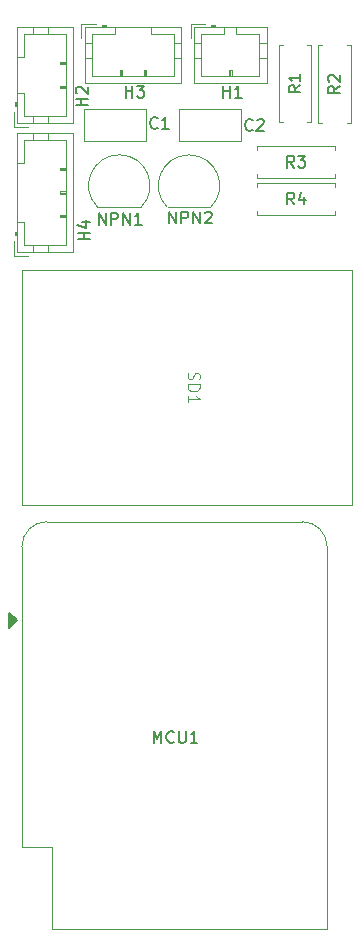
<source format=gbr>
G04 #@! TF.GenerationSoftware,KiCad,Pcbnew,7.0.5-0*
G04 #@! TF.CreationDate,2023-07-20T07:38:15-04:00*
G04 #@! TF.ProjectId,Lemmingometre_JST,4c656d6d-696e-4676-9f6d-657472655f4a,rev?*
G04 #@! TF.SameCoordinates,Original*
G04 #@! TF.FileFunction,Legend,Top*
G04 #@! TF.FilePolarity,Positive*
%FSLAX46Y46*%
G04 Gerber Fmt 4.6, Leading zero omitted, Abs format (unit mm)*
G04 Created by KiCad (PCBNEW 7.0.5-0) date 2023-07-20 07:38:15*
%MOMM*%
%LPD*%
G01*
G04 APERTURE LIST*
%ADD10C,0.150000*%
%ADD11C,0.100000*%
%ADD12C,0.120000*%
G04 APERTURE END LIST*
D10*
G04 #@! TO.C,R2*
X172529819Y-48931666D02*
X172053628Y-49264999D01*
X172529819Y-49503094D02*
X171529819Y-49503094D01*
X171529819Y-49503094D02*
X171529819Y-49122142D01*
X171529819Y-49122142D02*
X171577438Y-49026904D01*
X171577438Y-49026904D02*
X171625057Y-48979285D01*
X171625057Y-48979285D02*
X171720295Y-48931666D01*
X171720295Y-48931666D02*
X171863152Y-48931666D01*
X171863152Y-48931666D02*
X171958390Y-48979285D01*
X171958390Y-48979285D02*
X172006009Y-49026904D01*
X172006009Y-49026904D02*
X172053628Y-49122142D01*
X172053628Y-49122142D02*
X172053628Y-49503094D01*
X171625057Y-48550713D02*
X171577438Y-48503094D01*
X171577438Y-48503094D02*
X171529819Y-48407856D01*
X171529819Y-48407856D02*
X171529819Y-48169761D01*
X171529819Y-48169761D02*
X171577438Y-48074523D01*
X171577438Y-48074523D02*
X171625057Y-48026904D01*
X171625057Y-48026904D02*
X171720295Y-47979285D01*
X171720295Y-47979285D02*
X171815533Y-47979285D01*
X171815533Y-47979285D02*
X171958390Y-48026904D01*
X171958390Y-48026904D02*
X172529819Y-48598332D01*
X172529819Y-48598332D02*
X172529819Y-47979285D01*
G04 #@! TO.C,MCU1*
X156746667Y-104534819D02*
X156746667Y-103534819D01*
X156746667Y-103534819D02*
X157080000Y-104249104D01*
X157080000Y-104249104D02*
X157413333Y-103534819D01*
X157413333Y-103534819D02*
X157413333Y-104534819D01*
X158460952Y-104439580D02*
X158413333Y-104487200D01*
X158413333Y-104487200D02*
X158270476Y-104534819D01*
X158270476Y-104534819D02*
X158175238Y-104534819D01*
X158175238Y-104534819D02*
X158032381Y-104487200D01*
X158032381Y-104487200D02*
X157937143Y-104391961D01*
X157937143Y-104391961D02*
X157889524Y-104296723D01*
X157889524Y-104296723D02*
X157841905Y-104106247D01*
X157841905Y-104106247D02*
X157841905Y-103963390D01*
X157841905Y-103963390D02*
X157889524Y-103772914D01*
X157889524Y-103772914D02*
X157937143Y-103677676D01*
X157937143Y-103677676D02*
X158032381Y-103582438D01*
X158032381Y-103582438D02*
X158175238Y-103534819D01*
X158175238Y-103534819D02*
X158270476Y-103534819D01*
X158270476Y-103534819D02*
X158413333Y-103582438D01*
X158413333Y-103582438D02*
X158460952Y-103630057D01*
X158889524Y-103534819D02*
X158889524Y-104344342D01*
X158889524Y-104344342D02*
X158937143Y-104439580D01*
X158937143Y-104439580D02*
X158984762Y-104487200D01*
X158984762Y-104487200D02*
X159080000Y-104534819D01*
X159080000Y-104534819D02*
X159270476Y-104534819D01*
X159270476Y-104534819D02*
X159365714Y-104487200D01*
X159365714Y-104487200D02*
X159413333Y-104439580D01*
X159413333Y-104439580D02*
X159460952Y-104344342D01*
X159460952Y-104344342D02*
X159460952Y-103534819D01*
X160460952Y-104534819D02*
X159889524Y-104534819D01*
X160175238Y-104534819D02*
X160175238Y-103534819D01*
X160175238Y-103534819D02*
X160080000Y-103677676D01*
X160080000Y-103677676D02*
X159984762Y-103772914D01*
X159984762Y-103772914D02*
X159889524Y-103820533D01*
G04 #@! TO.C,H4*
X151354819Y-61911904D02*
X150354819Y-61911904D01*
X150831009Y-61911904D02*
X150831009Y-61340476D01*
X151354819Y-61340476D02*
X150354819Y-61340476D01*
X150688152Y-60435714D02*
X151354819Y-60435714D01*
X150307200Y-60673809D02*
X151021485Y-60911904D01*
X151021485Y-60911904D02*
X151021485Y-60292857D01*
G04 #@! TO.C,H3*
X154388095Y-49904819D02*
X154388095Y-48904819D01*
X154388095Y-49381009D02*
X154959523Y-49381009D01*
X154959523Y-49904819D02*
X154959523Y-48904819D01*
X155340476Y-48904819D02*
X155959523Y-48904819D01*
X155959523Y-48904819D02*
X155626190Y-49285771D01*
X155626190Y-49285771D02*
X155769047Y-49285771D01*
X155769047Y-49285771D02*
X155864285Y-49333390D01*
X155864285Y-49333390D02*
X155911904Y-49381009D01*
X155911904Y-49381009D02*
X155959523Y-49476247D01*
X155959523Y-49476247D02*
X155959523Y-49714342D01*
X155959523Y-49714342D02*
X155911904Y-49809580D01*
X155911904Y-49809580D02*
X155864285Y-49857200D01*
X155864285Y-49857200D02*
X155769047Y-49904819D01*
X155769047Y-49904819D02*
X155483333Y-49904819D01*
X155483333Y-49904819D02*
X155388095Y-49857200D01*
X155388095Y-49857200D02*
X155340476Y-49809580D01*
G04 #@! TO.C,H1*
X162638095Y-49904819D02*
X162638095Y-48904819D01*
X162638095Y-49381009D02*
X163209523Y-49381009D01*
X163209523Y-49904819D02*
X163209523Y-48904819D01*
X164209523Y-49904819D02*
X163638095Y-49904819D01*
X163923809Y-49904819D02*
X163923809Y-48904819D01*
X163923809Y-48904819D02*
X163828571Y-49047676D01*
X163828571Y-49047676D02*
X163733333Y-49142914D01*
X163733333Y-49142914D02*
X163638095Y-49190533D01*
G04 #@! TO.C,R4*
X168643333Y-58954819D02*
X168310000Y-58478628D01*
X168071905Y-58954819D02*
X168071905Y-57954819D01*
X168071905Y-57954819D02*
X168452857Y-57954819D01*
X168452857Y-57954819D02*
X168548095Y-58002438D01*
X168548095Y-58002438D02*
X168595714Y-58050057D01*
X168595714Y-58050057D02*
X168643333Y-58145295D01*
X168643333Y-58145295D02*
X168643333Y-58288152D01*
X168643333Y-58288152D02*
X168595714Y-58383390D01*
X168595714Y-58383390D02*
X168548095Y-58431009D01*
X168548095Y-58431009D02*
X168452857Y-58478628D01*
X168452857Y-58478628D02*
X168071905Y-58478628D01*
X169500476Y-58288152D02*
X169500476Y-58954819D01*
X169262381Y-57907200D02*
X169024286Y-58621485D01*
X169024286Y-58621485D02*
X169643333Y-58621485D01*
G04 #@! TO.C,R1*
X169179819Y-48881666D02*
X168703628Y-49214999D01*
X169179819Y-49453094D02*
X168179819Y-49453094D01*
X168179819Y-49453094D02*
X168179819Y-49072142D01*
X168179819Y-49072142D02*
X168227438Y-48976904D01*
X168227438Y-48976904D02*
X168275057Y-48929285D01*
X168275057Y-48929285D02*
X168370295Y-48881666D01*
X168370295Y-48881666D02*
X168513152Y-48881666D01*
X168513152Y-48881666D02*
X168608390Y-48929285D01*
X168608390Y-48929285D02*
X168656009Y-48976904D01*
X168656009Y-48976904D02*
X168703628Y-49072142D01*
X168703628Y-49072142D02*
X168703628Y-49453094D01*
X169179819Y-47929285D02*
X169179819Y-48500713D01*
X169179819Y-48214999D02*
X168179819Y-48214999D01*
X168179819Y-48214999D02*
X168322676Y-48310237D01*
X168322676Y-48310237D02*
X168417914Y-48405475D01*
X168417914Y-48405475D02*
X168465533Y-48500713D01*
G04 #@! TO.C,NPN2*
X158064286Y-60554819D02*
X158064286Y-59554819D01*
X158064286Y-59554819D02*
X158635714Y-60554819D01*
X158635714Y-60554819D02*
X158635714Y-59554819D01*
X159111905Y-60554819D02*
X159111905Y-59554819D01*
X159111905Y-59554819D02*
X159492857Y-59554819D01*
X159492857Y-59554819D02*
X159588095Y-59602438D01*
X159588095Y-59602438D02*
X159635714Y-59650057D01*
X159635714Y-59650057D02*
X159683333Y-59745295D01*
X159683333Y-59745295D02*
X159683333Y-59888152D01*
X159683333Y-59888152D02*
X159635714Y-59983390D01*
X159635714Y-59983390D02*
X159588095Y-60031009D01*
X159588095Y-60031009D02*
X159492857Y-60078628D01*
X159492857Y-60078628D02*
X159111905Y-60078628D01*
X160111905Y-60554819D02*
X160111905Y-59554819D01*
X160111905Y-59554819D02*
X160683333Y-60554819D01*
X160683333Y-60554819D02*
X160683333Y-59554819D01*
X161111905Y-59650057D02*
X161159524Y-59602438D01*
X161159524Y-59602438D02*
X161254762Y-59554819D01*
X161254762Y-59554819D02*
X161492857Y-59554819D01*
X161492857Y-59554819D02*
X161588095Y-59602438D01*
X161588095Y-59602438D02*
X161635714Y-59650057D01*
X161635714Y-59650057D02*
X161683333Y-59745295D01*
X161683333Y-59745295D02*
X161683333Y-59840533D01*
X161683333Y-59840533D02*
X161635714Y-59983390D01*
X161635714Y-59983390D02*
X161064286Y-60554819D01*
X161064286Y-60554819D02*
X161683333Y-60554819D01*
G04 #@! TO.C,C1*
X157083333Y-52459580D02*
X157035714Y-52507200D01*
X157035714Y-52507200D02*
X156892857Y-52554819D01*
X156892857Y-52554819D02*
X156797619Y-52554819D01*
X156797619Y-52554819D02*
X156654762Y-52507200D01*
X156654762Y-52507200D02*
X156559524Y-52411961D01*
X156559524Y-52411961D02*
X156511905Y-52316723D01*
X156511905Y-52316723D02*
X156464286Y-52126247D01*
X156464286Y-52126247D02*
X156464286Y-51983390D01*
X156464286Y-51983390D02*
X156511905Y-51792914D01*
X156511905Y-51792914D02*
X156559524Y-51697676D01*
X156559524Y-51697676D02*
X156654762Y-51602438D01*
X156654762Y-51602438D02*
X156797619Y-51554819D01*
X156797619Y-51554819D02*
X156892857Y-51554819D01*
X156892857Y-51554819D02*
X157035714Y-51602438D01*
X157035714Y-51602438D02*
X157083333Y-51650057D01*
X158035714Y-52554819D02*
X157464286Y-52554819D01*
X157750000Y-52554819D02*
X157750000Y-51554819D01*
X157750000Y-51554819D02*
X157654762Y-51697676D01*
X157654762Y-51697676D02*
X157559524Y-51792914D01*
X157559524Y-51792914D02*
X157464286Y-51840533D01*
G04 #@! TO.C,R3*
X168643333Y-55829819D02*
X168310000Y-55353628D01*
X168071905Y-55829819D02*
X168071905Y-54829819D01*
X168071905Y-54829819D02*
X168452857Y-54829819D01*
X168452857Y-54829819D02*
X168548095Y-54877438D01*
X168548095Y-54877438D02*
X168595714Y-54925057D01*
X168595714Y-54925057D02*
X168643333Y-55020295D01*
X168643333Y-55020295D02*
X168643333Y-55163152D01*
X168643333Y-55163152D02*
X168595714Y-55258390D01*
X168595714Y-55258390D02*
X168548095Y-55306009D01*
X168548095Y-55306009D02*
X168452857Y-55353628D01*
X168452857Y-55353628D02*
X168071905Y-55353628D01*
X168976667Y-54829819D02*
X169595714Y-54829819D01*
X169595714Y-54829819D02*
X169262381Y-55210771D01*
X169262381Y-55210771D02*
X169405238Y-55210771D01*
X169405238Y-55210771D02*
X169500476Y-55258390D01*
X169500476Y-55258390D02*
X169548095Y-55306009D01*
X169548095Y-55306009D02*
X169595714Y-55401247D01*
X169595714Y-55401247D02*
X169595714Y-55639342D01*
X169595714Y-55639342D02*
X169548095Y-55734580D01*
X169548095Y-55734580D02*
X169500476Y-55782200D01*
X169500476Y-55782200D02*
X169405238Y-55829819D01*
X169405238Y-55829819D02*
X169119524Y-55829819D01*
X169119524Y-55829819D02*
X169024286Y-55782200D01*
X169024286Y-55782200D02*
X168976667Y-55734580D01*
D11*
G04 #@! TO.C,SD1*
X159690200Y-73188095D02*
X159642580Y-73330952D01*
X159642580Y-73330952D02*
X159642580Y-73569047D01*
X159642580Y-73569047D02*
X159690200Y-73664285D01*
X159690200Y-73664285D02*
X159737819Y-73711904D01*
X159737819Y-73711904D02*
X159833057Y-73759523D01*
X159833057Y-73759523D02*
X159928295Y-73759523D01*
X159928295Y-73759523D02*
X160023533Y-73711904D01*
X160023533Y-73711904D02*
X160071152Y-73664285D01*
X160071152Y-73664285D02*
X160118771Y-73569047D01*
X160118771Y-73569047D02*
X160166390Y-73378571D01*
X160166390Y-73378571D02*
X160214009Y-73283333D01*
X160214009Y-73283333D02*
X160261628Y-73235714D01*
X160261628Y-73235714D02*
X160356866Y-73188095D01*
X160356866Y-73188095D02*
X160452104Y-73188095D01*
X160452104Y-73188095D02*
X160547342Y-73235714D01*
X160547342Y-73235714D02*
X160594961Y-73283333D01*
X160594961Y-73283333D02*
X160642580Y-73378571D01*
X160642580Y-73378571D02*
X160642580Y-73616666D01*
X160642580Y-73616666D02*
X160594961Y-73759523D01*
X159642580Y-74188095D02*
X160642580Y-74188095D01*
X160642580Y-74188095D02*
X160642580Y-74426190D01*
X160642580Y-74426190D02*
X160594961Y-74569047D01*
X160594961Y-74569047D02*
X160499723Y-74664285D01*
X160499723Y-74664285D02*
X160404485Y-74711904D01*
X160404485Y-74711904D02*
X160214009Y-74759523D01*
X160214009Y-74759523D02*
X160071152Y-74759523D01*
X160071152Y-74759523D02*
X159880676Y-74711904D01*
X159880676Y-74711904D02*
X159785438Y-74664285D01*
X159785438Y-74664285D02*
X159690200Y-74569047D01*
X159690200Y-74569047D02*
X159642580Y-74426190D01*
X159642580Y-74426190D02*
X159642580Y-74188095D01*
X159642580Y-75711904D02*
X159642580Y-75140476D01*
X159642580Y-75426190D02*
X160642580Y-75426190D01*
X160642580Y-75426190D02*
X160499723Y-75330952D01*
X160499723Y-75330952D02*
X160404485Y-75235714D01*
X160404485Y-75235714D02*
X160356866Y-75140476D01*
D10*
G04 #@! TO.C,C2*
X165128333Y-52629580D02*
X165080714Y-52677200D01*
X165080714Y-52677200D02*
X164937857Y-52724819D01*
X164937857Y-52724819D02*
X164842619Y-52724819D01*
X164842619Y-52724819D02*
X164699762Y-52677200D01*
X164699762Y-52677200D02*
X164604524Y-52581961D01*
X164604524Y-52581961D02*
X164556905Y-52486723D01*
X164556905Y-52486723D02*
X164509286Y-52296247D01*
X164509286Y-52296247D02*
X164509286Y-52153390D01*
X164509286Y-52153390D02*
X164556905Y-51962914D01*
X164556905Y-51962914D02*
X164604524Y-51867676D01*
X164604524Y-51867676D02*
X164699762Y-51772438D01*
X164699762Y-51772438D02*
X164842619Y-51724819D01*
X164842619Y-51724819D02*
X164937857Y-51724819D01*
X164937857Y-51724819D02*
X165080714Y-51772438D01*
X165080714Y-51772438D02*
X165128333Y-51820057D01*
X165509286Y-51820057D02*
X165556905Y-51772438D01*
X165556905Y-51772438D02*
X165652143Y-51724819D01*
X165652143Y-51724819D02*
X165890238Y-51724819D01*
X165890238Y-51724819D02*
X165985476Y-51772438D01*
X165985476Y-51772438D02*
X166033095Y-51820057D01*
X166033095Y-51820057D02*
X166080714Y-51915295D01*
X166080714Y-51915295D02*
X166080714Y-52010533D01*
X166080714Y-52010533D02*
X166033095Y-52153390D01*
X166033095Y-52153390D02*
X165461667Y-52724819D01*
X165461667Y-52724819D02*
X166080714Y-52724819D01*
G04 #@! TO.C,NPN1*
X152114286Y-60654819D02*
X152114286Y-59654819D01*
X152114286Y-59654819D02*
X152685714Y-60654819D01*
X152685714Y-60654819D02*
X152685714Y-59654819D01*
X153161905Y-60654819D02*
X153161905Y-59654819D01*
X153161905Y-59654819D02*
X153542857Y-59654819D01*
X153542857Y-59654819D02*
X153638095Y-59702438D01*
X153638095Y-59702438D02*
X153685714Y-59750057D01*
X153685714Y-59750057D02*
X153733333Y-59845295D01*
X153733333Y-59845295D02*
X153733333Y-59988152D01*
X153733333Y-59988152D02*
X153685714Y-60083390D01*
X153685714Y-60083390D02*
X153638095Y-60131009D01*
X153638095Y-60131009D02*
X153542857Y-60178628D01*
X153542857Y-60178628D02*
X153161905Y-60178628D01*
X154161905Y-60654819D02*
X154161905Y-59654819D01*
X154161905Y-59654819D02*
X154733333Y-60654819D01*
X154733333Y-60654819D02*
X154733333Y-59654819D01*
X155733333Y-60654819D02*
X155161905Y-60654819D01*
X155447619Y-60654819D02*
X155447619Y-59654819D01*
X155447619Y-59654819D02*
X155352381Y-59797676D01*
X155352381Y-59797676D02*
X155257143Y-59892914D01*
X155257143Y-59892914D02*
X155161905Y-59940533D01*
G04 #@! TO.C,H2*
X151154819Y-50561904D02*
X150154819Y-50561904D01*
X150631009Y-50561904D02*
X150631009Y-49990476D01*
X151154819Y-49990476D02*
X150154819Y-49990476D01*
X150250057Y-49561904D02*
X150202438Y-49514285D01*
X150202438Y-49514285D02*
X150154819Y-49419047D01*
X150154819Y-49419047D02*
X150154819Y-49180952D01*
X150154819Y-49180952D02*
X150202438Y-49085714D01*
X150202438Y-49085714D02*
X150250057Y-49038095D01*
X150250057Y-49038095D02*
X150345295Y-48990476D01*
X150345295Y-48990476D02*
X150440533Y-48990476D01*
X150440533Y-48990476D02*
X150583390Y-49038095D01*
X150583390Y-49038095D02*
X151154819Y-49609523D01*
X151154819Y-49609523D02*
X151154819Y-48990476D01*
D12*
G04 #@! TO.C,R2*
X173445000Y-45495000D02*
X173445000Y-52035000D01*
X173115000Y-45495000D02*
X173445000Y-45495000D01*
X171035000Y-45495000D02*
X170705000Y-45495000D01*
X170705000Y-45495000D02*
X170705000Y-52035000D01*
X173445000Y-52035000D02*
X173115000Y-52035000D01*
X170705000Y-52035000D02*
X171035000Y-52035000D01*
G04 #@! TO.C,MCU1*
X145590000Y-113370000D02*
X145590000Y-87940000D01*
X145590000Y-113370000D02*
X148130000Y-113370000D01*
X148130000Y-113370000D02*
X148130000Y-120270000D01*
X148130000Y-120270000D02*
X171450000Y-120270000D01*
X169330000Y-85810000D02*
X147720000Y-85810000D01*
X171450000Y-120270000D02*
X171450000Y-87940000D01*
X147720000Y-85810000D02*
G75*
G03*
X145590000Y-87940000I2J-2130002D01*
G01*
X171450000Y-87940000D02*
G75*
G03*
X169320000Y-85810000I-2130000J0D01*
G01*
D10*
X145185000Y-94150000D02*
X144550000Y-94785000D01*
X144550000Y-93515000D01*
X145185000Y-94150000D01*
G36*
X145185000Y-94150000D02*
G01*
X144550000Y-94785000D01*
X144550000Y-93515000D01*
X145185000Y-94150000D01*
G37*
D12*
G04 #@! TO.C,H4*
X144890000Y-63310000D02*
X146140000Y-63310000D01*
X145190000Y-63010000D02*
X149910000Y-63010000D01*
X146500000Y-63010000D02*
X146500000Y-62400000D01*
X147800000Y-63010000D02*
X147800000Y-62400000D01*
X149910000Y-63010000D02*
X149910000Y-52890000D01*
X145800000Y-62400000D02*
X149300000Y-62400000D01*
X149300000Y-62400000D02*
X149300000Y-53500000D01*
X144890000Y-62060000D02*
X144890000Y-63310000D01*
X144990000Y-61550000D02*
X145190000Y-61550000D01*
X144990000Y-61250000D02*
X144990000Y-61550000D01*
X145090000Y-61250000D02*
X145090000Y-61550000D01*
X145190000Y-61250000D02*
X144990000Y-61250000D01*
X145190000Y-60450000D02*
X145800000Y-60450000D01*
X145800000Y-60450000D02*
X145800000Y-62400000D01*
X148800000Y-60050000D02*
X148800000Y-59850000D01*
X149300000Y-60050000D02*
X148800000Y-60050000D01*
X149300000Y-59950000D02*
X148800000Y-59950000D01*
X148800000Y-59850000D02*
X149300000Y-59850000D01*
X148800000Y-58050000D02*
X148800000Y-57850000D01*
X149300000Y-58050000D02*
X148800000Y-58050000D01*
X149300000Y-57950000D02*
X148800000Y-57950000D01*
X148800000Y-57850000D02*
X149300000Y-57850000D01*
X148800000Y-56050000D02*
X148800000Y-55850000D01*
X149300000Y-56050000D02*
X148800000Y-56050000D01*
X149300000Y-55950000D02*
X148800000Y-55950000D01*
X148800000Y-55850000D02*
X149300000Y-55850000D01*
X145800000Y-55450000D02*
X145190000Y-55450000D01*
X145800000Y-53500000D02*
X145800000Y-55450000D01*
X149300000Y-53500000D02*
X145800000Y-53500000D01*
X145190000Y-52890000D02*
X145190000Y-63010000D01*
X146500000Y-52890000D02*
X146500000Y-53500000D01*
X147800000Y-52890000D02*
X147800000Y-53500000D01*
X149910000Y-52890000D02*
X145190000Y-52890000D01*
G04 #@! TO.C,H3*
X150640000Y-43640000D02*
X150640000Y-44890000D01*
X150940000Y-43940000D02*
X150940000Y-48660000D01*
X150940000Y-45250000D02*
X151550000Y-45250000D01*
X150940000Y-46550000D02*
X151550000Y-46550000D01*
X150940000Y-48660000D02*
X159060000Y-48660000D01*
X151550000Y-44550000D02*
X151550000Y-48050000D01*
X151550000Y-48050000D02*
X158450000Y-48050000D01*
X151890000Y-43640000D02*
X150640000Y-43640000D01*
X152400000Y-43740000D02*
X152400000Y-43940000D01*
X152700000Y-43740000D02*
X152400000Y-43740000D01*
X152700000Y-43840000D02*
X152400000Y-43840000D01*
X152700000Y-43940000D02*
X152700000Y-43740000D01*
X153500000Y-43940000D02*
X153500000Y-44550000D01*
X153500000Y-44550000D02*
X151550000Y-44550000D01*
X153900000Y-47550000D02*
X154100000Y-47550000D01*
X153900000Y-48050000D02*
X153900000Y-47550000D01*
X154000000Y-48050000D02*
X154000000Y-47550000D01*
X154100000Y-47550000D02*
X154100000Y-48050000D01*
X155900000Y-47550000D02*
X156100000Y-47550000D01*
X155900000Y-48050000D02*
X155900000Y-47550000D01*
X156000000Y-48050000D02*
X156000000Y-47550000D01*
X156100000Y-47550000D02*
X156100000Y-48050000D01*
X156500000Y-44550000D02*
X156500000Y-43940000D01*
X158450000Y-44550000D02*
X156500000Y-44550000D01*
X158450000Y-48050000D02*
X158450000Y-44550000D01*
X159060000Y-43940000D02*
X150940000Y-43940000D01*
X159060000Y-45250000D02*
X158450000Y-45250000D01*
X159060000Y-46550000D02*
X158450000Y-46550000D01*
X159060000Y-48660000D02*
X159060000Y-43940000D01*
G04 #@! TO.C,H1*
X159890000Y-43640000D02*
X159890000Y-44890000D01*
X160190000Y-43940000D02*
X160190000Y-48660000D01*
X160190000Y-45250000D02*
X160800000Y-45250000D01*
X160190000Y-46550000D02*
X160800000Y-46550000D01*
X160190000Y-48660000D02*
X166310000Y-48660000D01*
X160800000Y-44550000D02*
X160800000Y-48050000D01*
X160800000Y-48050000D02*
X165700000Y-48050000D01*
X161140000Y-43640000D02*
X159890000Y-43640000D01*
X161650000Y-43740000D02*
X161650000Y-43940000D01*
X161950000Y-43740000D02*
X161650000Y-43740000D01*
X161950000Y-43840000D02*
X161650000Y-43840000D01*
X161950000Y-43940000D02*
X161950000Y-43740000D01*
X162750000Y-43940000D02*
X162750000Y-44550000D01*
X162750000Y-44550000D02*
X160800000Y-44550000D01*
X163150000Y-47550000D02*
X163350000Y-47550000D01*
X163150000Y-48050000D02*
X163150000Y-47550000D01*
X163250000Y-48050000D02*
X163250000Y-47550000D01*
X163350000Y-47550000D02*
X163350000Y-48050000D01*
X163750000Y-44550000D02*
X163750000Y-43940000D01*
X165700000Y-44550000D02*
X163750000Y-44550000D01*
X165700000Y-48050000D02*
X165700000Y-44550000D01*
X166310000Y-43940000D02*
X160190000Y-43940000D01*
X166310000Y-45250000D02*
X165700000Y-45250000D01*
X166310000Y-46550000D02*
X165700000Y-46550000D01*
X166310000Y-48660000D02*
X166310000Y-43940000D01*
G04 #@! TO.C,R4*
X172080000Y-59870000D02*
X165540000Y-59870000D01*
X172080000Y-59540000D02*
X172080000Y-59870000D01*
X172080000Y-57460000D02*
X172080000Y-57130000D01*
X172080000Y-57130000D02*
X165540000Y-57130000D01*
X165540000Y-59870000D02*
X165540000Y-59540000D01*
X165540000Y-57130000D02*
X165540000Y-57460000D01*
G04 #@! TO.C,R1*
X170095000Y-45445000D02*
X170095000Y-51985000D01*
X169765000Y-45445000D02*
X170095000Y-45445000D01*
X167685000Y-45445000D02*
X167355000Y-45445000D01*
X167355000Y-45445000D02*
X167355000Y-51985000D01*
X170095000Y-51985000D02*
X169765000Y-51985000D01*
X167355000Y-51985000D02*
X167685000Y-51985000D01*
G04 #@! TO.C,NPN2*
X157950000Y-59210000D02*
X161550000Y-59210000D01*
X159750000Y-54760000D02*
G75*
G03*
X157911522Y-59198478I0J-2600000D01*
G01*
X161588478Y-59198478D02*
G75*
G03*
X159750000Y-54760000I-1838478J1838478D01*
G01*
G04 #@! TO.C,C1*
X150880000Y-50880000D02*
X150880000Y-53620000D01*
X150880000Y-50880000D02*
X156120000Y-50880000D01*
X150880000Y-53620000D02*
X156120000Y-53620000D01*
X156120000Y-50880000D02*
X156120000Y-53620000D01*
G04 #@! TO.C,R3*
X172080000Y-56745000D02*
X165540000Y-56745000D01*
X172080000Y-56415000D02*
X172080000Y-56745000D01*
X172080000Y-54335000D02*
X172080000Y-54005000D01*
X172080000Y-54005000D02*
X165540000Y-54005000D01*
X165540000Y-56745000D02*
X165540000Y-56415000D01*
X165540000Y-54005000D02*
X165540000Y-54335000D01*
D11*
G04 #@! TO.C,SD1*
X173565400Y-64500000D02*
X145600000Y-64500000D01*
X145600000Y-64500000D02*
X145600000Y-84400000D01*
X145600000Y-84400000D02*
X173565400Y-84400000D01*
X173565400Y-84400000D02*
X173565400Y-64500000D01*
D12*
G04 #@! TO.C,C2*
X158880000Y-50880000D02*
X158880000Y-53620000D01*
X158880000Y-50880000D02*
X164120000Y-50880000D01*
X158880000Y-53620000D02*
X164120000Y-53620000D01*
X164120000Y-50880000D02*
X164120000Y-53620000D01*
G04 #@! TO.C,NPN1*
X152050000Y-59200000D02*
X155650000Y-59200000D01*
X153850000Y-54750000D02*
G75*
G03*
X152011522Y-59188478I0J-2600000D01*
G01*
X155688478Y-59188478D02*
G75*
G03*
X153850000Y-54750000I-1838478J1838478D01*
G01*
G04 #@! TO.C,H2*
X144890000Y-52360000D02*
X146140000Y-52360000D01*
X145190000Y-52060000D02*
X149910000Y-52060000D01*
X146500000Y-52060000D02*
X146500000Y-51450000D01*
X147800000Y-52060000D02*
X147800000Y-51450000D01*
X149910000Y-52060000D02*
X149910000Y-43940000D01*
X145800000Y-51450000D02*
X149300000Y-51450000D01*
X149300000Y-51450000D02*
X149300000Y-44550000D01*
X144890000Y-51110000D02*
X144890000Y-52360000D01*
X144990000Y-50600000D02*
X145190000Y-50600000D01*
X144990000Y-50300000D02*
X144990000Y-50600000D01*
X145090000Y-50300000D02*
X145090000Y-50600000D01*
X145190000Y-50300000D02*
X144990000Y-50300000D01*
X145190000Y-49500000D02*
X145800000Y-49500000D01*
X145800000Y-49500000D02*
X145800000Y-51450000D01*
X148800000Y-49100000D02*
X148800000Y-48900000D01*
X149300000Y-49100000D02*
X148800000Y-49100000D01*
X149300000Y-49000000D02*
X148800000Y-49000000D01*
X148800000Y-48900000D02*
X149300000Y-48900000D01*
X148800000Y-47100000D02*
X148800000Y-46900000D01*
X149300000Y-47100000D02*
X148800000Y-47100000D01*
X149300000Y-47000000D02*
X148800000Y-47000000D01*
X148800000Y-46900000D02*
X149300000Y-46900000D01*
X145800000Y-46500000D02*
X145190000Y-46500000D01*
X145800000Y-44550000D02*
X145800000Y-46500000D01*
X149300000Y-44550000D02*
X145800000Y-44550000D01*
X145190000Y-43940000D02*
X145190000Y-52060000D01*
X146500000Y-43940000D02*
X146500000Y-44550000D01*
X147800000Y-43940000D02*
X147800000Y-44550000D01*
X149910000Y-43940000D02*
X145190000Y-43940000D01*
G04 #@! TD*
M02*

</source>
